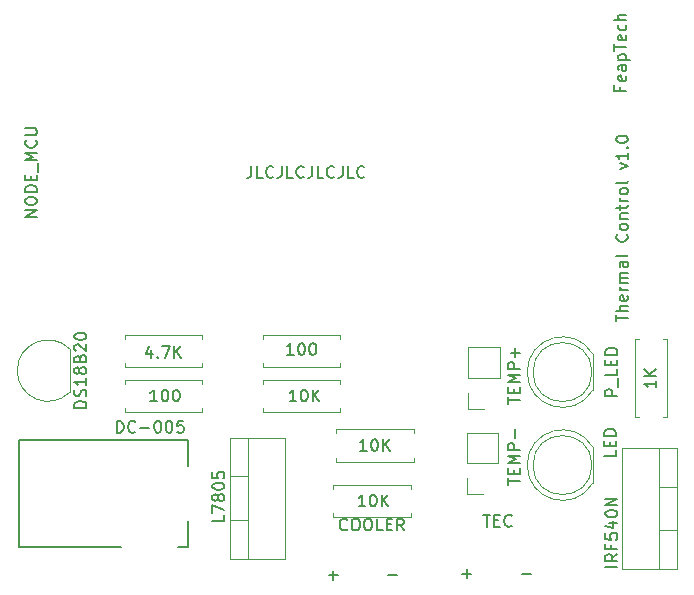
<source format=gbr>
%TF.GenerationSoftware,KiCad,Pcbnew,(6.0.2)*%
%TF.CreationDate,2022-03-19T19:34:23-03:00*%
%TF.ProjectId,ThermalControl,54686572-6d61-46c4-936f-6e74726f6c2e,rev?*%
%TF.SameCoordinates,Original*%
%TF.FileFunction,Legend,Top*%
%TF.FilePolarity,Positive*%
%FSLAX46Y46*%
G04 Gerber Fmt 4.6, Leading zero omitted, Abs format (unit mm)*
G04 Created by KiCad (PCBNEW (6.0.2)) date 2022-03-19 19:34:23*
%MOMM*%
%LPD*%
G01*
G04 APERTURE LIST*
%ADD10C,0.150000*%
%ADD11C,0.120000*%
%ADD12C,0.127000*%
G04 APERTURE END LIST*
D10*
X83582238Y-91257428D02*
X84344142Y-91257428D01*
X83963190Y-91638380D02*
X83963190Y-90876476D01*
X88629857Y-91257428D02*
X89391761Y-91257428D01*
X108259571Y-49870952D02*
X108259571Y-50204285D01*
X108783380Y-50204285D02*
X107783380Y-50204285D01*
X107783380Y-49728095D01*
X108735761Y-48966190D02*
X108783380Y-49061428D01*
X108783380Y-49251904D01*
X108735761Y-49347142D01*
X108640523Y-49394761D01*
X108259571Y-49394761D01*
X108164333Y-49347142D01*
X108116714Y-49251904D01*
X108116714Y-49061428D01*
X108164333Y-48966190D01*
X108259571Y-48918571D01*
X108354809Y-48918571D01*
X108450047Y-49394761D01*
X108783380Y-48061428D02*
X108259571Y-48061428D01*
X108164333Y-48109047D01*
X108116714Y-48204285D01*
X108116714Y-48394761D01*
X108164333Y-48490000D01*
X108735761Y-48061428D02*
X108783380Y-48156666D01*
X108783380Y-48394761D01*
X108735761Y-48490000D01*
X108640523Y-48537619D01*
X108545285Y-48537619D01*
X108450047Y-48490000D01*
X108402428Y-48394761D01*
X108402428Y-48156666D01*
X108354809Y-48061428D01*
X108116714Y-47585238D02*
X109116714Y-47585238D01*
X108164333Y-47585238D02*
X108116714Y-47490000D01*
X108116714Y-47299523D01*
X108164333Y-47204285D01*
X108211952Y-47156666D01*
X108307190Y-47109047D01*
X108592904Y-47109047D01*
X108688142Y-47156666D01*
X108735761Y-47204285D01*
X108783380Y-47299523D01*
X108783380Y-47490000D01*
X108735761Y-47585238D01*
X107783380Y-46823333D02*
X107783380Y-46251904D01*
X108783380Y-46537619D02*
X107783380Y-46537619D01*
X108735761Y-45537619D02*
X108783380Y-45632857D01*
X108783380Y-45823333D01*
X108735761Y-45918571D01*
X108640523Y-45966190D01*
X108259571Y-45966190D01*
X108164333Y-45918571D01*
X108116714Y-45823333D01*
X108116714Y-45632857D01*
X108164333Y-45537619D01*
X108259571Y-45490000D01*
X108354809Y-45490000D01*
X108450047Y-45966190D01*
X108735761Y-44632857D02*
X108783380Y-44728095D01*
X108783380Y-44918571D01*
X108735761Y-45013809D01*
X108688142Y-45061428D01*
X108592904Y-45109047D01*
X108307190Y-45109047D01*
X108211952Y-45061428D01*
X108164333Y-45013809D01*
X108116714Y-44918571D01*
X108116714Y-44728095D01*
X108164333Y-44632857D01*
X108783380Y-44204285D02*
X107783380Y-44204285D01*
X108783380Y-43775714D02*
X108259571Y-43775714D01*
X108164333Y-43823333D01*
X108116714Y-43918571D01*
X108116714Y-44061428D01*
X108164333Y-44156666D01*
X108211952Y-44204285D01*
X107910380Y-69753761D02*
X107910380Y-69182333D01*
X108910380Y-69468047D02*
X107910380Y-69468047D01*
X108910380Y-68849000D02*
X107910380Y-68849000D01*
X108910380Y-68420428D02*
X108386571Y-68420428D01*
X108291333Y-68468047D01*
X108243714Y-68563285D01*
X108243714Y-68706142D01*
X108291333Y-68801380D01*
X108338952Y-68849000D01*
X108862761Y-67563285D02*
X108910380Y-67658523D01*
X108910380Y-67849000D01*
X108862761Y-67944238D01*
X108767523Y-67991857D01*
X108386571Y-67991857D01*
X108291333Y-67944238D01*
X108243714Y-67849000D01*
X108243714Y-67658523D01*
X108291333Y-67563285D01*
X108386571Y-67515666D01*
X108481809Y-67515666D01*
X108577047Y-67991857D01*
X108910380Y-67087095D02*
X108243714Y-67087095D01*
X108434190Y-67087095D02*
X108338952Y-67039476D01*
X108291333Y-66991857D01*
X108243714Y-66896619D01*
X108243714Y-66801380D01*
X108910380Y-66468047D02*
X108243714Y-66468047D01*
X108338952Y-66468047D02*
X108291333Y-66420428D01*
X108243714Y-66325190D01*
X108243714Y-66182333D01*
X108291333Y-66087095D01*
X108386571Y-66039476D01*
X108910380Y-66039476D01*
X108386571Y-66039476D02*
X108291333Y-65991857D01*
X108243714Y-65896619D01*
X108243714Y-65753761D01*
X108291333Y-65658523D01*
X108386571Y-65610904D01*
X108910380Y-65610904D01*
X108910380Y-64706142D02*
X108386571Y-64706142D01*
X108291333Y-64753761D01*
X108243714Y-64849000D01*
X108243714Y-65039476D01*
X108291333Y-65134714D01*
X108862761Y-64706142D02*
X108910380Y-64801380D01*
X108910380Y-65039476D01*
X108862761Y-65134714D01*
X108767523Y-65182333D01*
X108672285Y-65182333D01*
X108577047Y-65134714D01*
X108529428Y-65039476D01*
X108529428Y-64801380D01*
X108481809Y-64706142D01*
X108910380Y-64087095D02*
X108862761Y-64182333D01*
X108767523Y-64229952D01*
X107910380Y-64229952D01*
X108815142Y-62372809D02*
X108862761Y-62420428D01*
X108910380Y-62563285D01*
X108910380Y-62658523D01*
X108862761Y-62801380D01*
X108767523Y-62896619D01*
X108672285Y-62944238D01*
X108481809Y-62991857D01*
X108338952Y-62991857D01*
X108148476Y-62944238D01*
X108053238Y-62896619D01*
X107958000Y-62801380D01*
X107910380Y-62658523D01*
X107910380Y-62563285D01*
X107958000Y-62420428D01*
X108005619Y-62372809D01*
X108910380Y-61801380D02*
X108862761Y-61896619D01*
X108815142Y-61944238D01*
X108719904Y-61991857D01*
X108434190Y-61991857D01*
X108338952Y-61944238D01*
X108291333Y-61896619D01*
X108243714Y-61801380D01*
X108243714Y-61658523D01*
X108291333Y-61563285D01*
X108338952Y-61515666D01*
X108434190Y-61468047D01*
X108719904Y-61468047D01*
X108815142Y-61515666D01*
X108862761Y-61563285D01*
X108910380Y-61658523D01*
X108910380Y-61801380D01*
X108243714Y-61039476D02*
X108910380Y-61039476D01*
X108338952Y-61039476D02*
X108291333Y-60991857D01*
X108243714Y-60896619D01*
X108243714Y-60753761D01*
X108291333Y-60658523D01*
X108386571Y-60610904D01*
X108910380Y-60610904D01*
X108243714Y-60277571D02*
X108243714Y-59896619D01*
X107910380Y-60134714D02*
X108767523Y-60134714D01*
X108862761Y-60087095D01*
X108910380Y-59991857D01*
X108910380Y-59896619D01*
X108910380Y-59563285D02*
X108243714Y-59563285D01*
X108434190Y-59563285D02*
X108338952Y-59515666D01*
X108291333Y-59468047D01*
X108243714Y-59372809D01*
X108243714Y-59277571D01*
X108910380Y-58801380D02*
X108862761Y-58896619D01*
X108815142Y-58944238D01*
X108719904Y-58991857D01*
X108434190Y-58991857D01*
X108338952Y-58944238D01*
X108291333Y-58896619D01*
X108243714Y-58801380D01*
X108243714Y-58658523D01*
X108291333Y-58563285D01*
X108338952Y-58515666D01*
X108434190Y-58468047D01*
X108719904Y-58468047D01*
X108815142Y-58515666D01*
X108862761Y-58563285D01*
X108910380Y-58658523D01*
X108910380Y-58801380D01*
X108910380Y-57896619D02*
X108862761Y-57991857D01*
X108767523Y-58039476D01*
X107910380Y-58039476D01*
X108243714Y-56849000D02*
X108910380Y-56610904D01*
X108243714Y-56372809D01*
X108910380Y-55468047D02*
X108910380Y-56039476D01*
X108910380Y-55753761D02*
X107910380Y-55753761D01*
X108053238Y-55849000D01*
X108148476Y-55944238D01*
X108196095Y-56039476D01*
X108815142Y-55039476D02*
X108862761Y-54991857D01*
X108910380Y-55039476D01*
X108862761Y-55087095D01*
X108815142Y-55039476D01*
X108910380Y-55039476D01*
X107910380Y-54372809D02*
X107910380Y-54277571D01*
X107958000Y-54182333D01*
X108005619Y-54134714D01*
X108100857Y-54087095D01*
X108291333Y-54039476D01*
X108529428Y-54039476D01*
X108719904Y-54087095D01*
X108815142Y-54134714D01*
X108862761Y-54182333D01*
X108910380Y-54277571D01*
X108910380Y-54372809D01*
X108862761Y-54468047D01*
X108815142Y-54515666D01*
X108719904Y-54563285D01*
X108529428Y-54610904D01*
X108291333Y-54610904D01*
X108100857Y-54563285D01*
X108005619Y-54515666D01*
X107958000Y-54468047D01*
X107910380Y-54372809D01*
X108021380Y-76041000D02*
X107021380Y-76041000D01*
X107021380Y-75660047D01*
X107069000Y-75564809D01*
X107116619Y-75517190D01*
X107211857Y-75469571D01*
X107354714Y-75469571D01*
X107449952Y-75517190D01*
X107497571Y-75564809D01*
X107545190Y-75660047D01*
X107545190Y-76041000D01*
X108116619Y-75279095D02*
X108116619Y-74517190D01*
X108021380Y-73802904D02*
X108021380Y-74279095D01*
X107021380Y-74279095D01*
X107497571Y-73469571D02*
X107497571Y-73136238D01*
X108021380Y-72993380D02*
X108021380Y-73469571D01*
X107021380Y-73469571D01*
X107021380Y-72993380D01*
X108021380Y-72564809D02*
X107021380Y-72564809D01*
X107021380Y-72326714D01*
X107069000Y-72183857D01*
X107164238Y-72088619D01*
X107259476Y-72041000D01*
X107449952Y-71993380D01*
X107592809Y-71993380D01*
X107783285Y-72041000D01*
X107878523Y-72088619D01*
X107973761Y-72183857D01*
X108021380Y-72326714D01*
X108021380Y-72564809D01*
X77041952Y-56602380D02*
X77041952Y-57316666D01*
X76994333Y-57459523D01*
X76899095Y-57554761D01*
X76756238Y-57602380D01*
X76661000Y-57602380D01*
X77994333Y-57602380D02*
X77518142Y-57602380D01*
X77518142Y-56602380D01*
X78899095Y-57507142D02*
X78851476Y-57554761D01*
X78708619Y-57602380D01*
X78613380Y-57602380D01*
X78470523Y-57554761D01*
X78375285Y-57459523D01*
X78327666Y-57364285D01*
X78280047Y-57173809D01*
X78280047Y-57030952D01*
X78327666Y-56840476D01*
X78375285Y-56745238D01*
X78470523Y-56650000D01*
X78613380Y-56602380D01*
X78708619Y-56602380D01*
X78851476Y-56650000D01*
X78899095Y-56697619D01*
X79613380Y-56602380D02*
X79613380Y-57316666D01*
X79565761Y-57459523D01*
X79470523Y-57554761D01*
X79327666Y-57602380D01*
X79232428Y-57602380D01*
X80565761Y-57602380D02*
X80089571Y-57602380D01*
X80089571Y-56602380D01*
X81470523Y-57507142D02*
X81422904Y-57554761D01*
X81280047Y-57602380D01*
X81184809Y-57602380D01*
X81041952Y-57554761D01*
X80946714Y-57459523D01*
X80899095Y-57364285D01*
X80851476Y-57173809D01*
X80851476Y-57030952D01*
X80899095Y-56840476D01*
X80946714Y-56745238D01*
X81041952Y-56650000D01*
X81184809Y-56602380D01*
X81280047Y-56602380D01*
X81422904Y-56650000D01*
X81470523Y-56697619D01*
X82184809Y-56602380D02*
X82184809Y-57316666D01*
X82137190Y-57459523D01*
X82041952Y-57554761D01*
X81899095Y-57602380D01*
X81803857Y-57602380D01*
X83137190Y-57602380D02*
X82661000Y-57602380D01*
X82661000Y-56602380D01*
X84041952Y-57507142D02*
X83994333Y-57554761D01*
X83851476Y-57602380D01*
X83756238Y-57602380D01*
X83613380Y-57554761D01*
X83518142Y-57459523D01*
X83470523Y-57364285D01*
X83422904Y-57173809D01*
X83422904Y-57030952D01*
X83470523Y-56840476D01*
X83518142Y-56745238D01*
X83613380Y-56650000D01*
X83756238Y-56602380D01*
X83851476Y-56602380D01*
X83994333Y-56650000D01*
X84041952Y-56697619D01*
X84756238Y-56602380D02*
X84756238Y-57316666D01*
X84708619Y-57459523D01*
X84613380Y-57554761D01*
X84470523Y-57602380D01*
X84375285Y-57602380D01*
X85708619Y-57602380D02*
X85232428Y-57602380D01*
X85232428Y-56602380D01*
X86613380Y-57507142D02*
X86565761Y-57554761D01*
X86422904Y-57602380D01*
X86327666Y-57602380D01*
X86184809Y-57554761D01*
X86089571Y-57459523D01*
X86041952Y-57364285D01*
X85994333Y-57173809D01*
X85994333Y-57030952D01*
X86041952Y-56840476D01*
X86089571Y-56745238D01*
X86184809Y-56650000D01*
X86327666Y-56602380D01*
X86422904Y-56602380D01*
X86565761Y-56650000D01*
X86613380Y-56697619D01*
X94885238Y-91130428D02*
X95647142Y-91130428D01*
X95266190Y-91511380D02*
X95266190Y-90749476D01*
X99932857Y-91130428D02*
X100694761Y-91130428D01*
%TO.C,J6*%
X85153761Y-87352142D02*
X85106142Y-87399761D01*
X84963285Y-87447380D01*
X84868047Y-87447380D01*
X84725190Y-87399761D01*
X84629952Y-87304523D01*
X84582333Y-87209285D01*
X84534714Y-87018809D01*
X84534714Y-86875952D01*
X84582333Y-86685476D01*
X84629952Y-86590238D01*
X84725190Y-86495000D01*
X84868047Y-86447380D01*
X84963285Y-86447380D01*
X85106142Y-86495000D01*
X85153761Y-86542619D01*
X85772809Y-86447380D02*
X85963285Y-86447380D01*
X86058523Y-86495000D01*
X86153761Y-86590238D01*
X86201380Y-86780714D01*
X86201380Y-87114047D01*
X86153761Y-87304523D01*
X86058523Y-87399761D01*
X85963285Y-87447380D01*
X85772809Y-87447380D01*
X85677571Y-87399761D01*
X85582333Y-87304523D01*
X85534714Y-87114047D01*
X85534714Y-86780714D01*
X85582333Y-86590238D01*
X85677571Y-86495000D01*
X85772809Y-86447380D01*
X86820428Y-86447380D02*
X87010904Y-86447380D01*
X87106142Y-86495000D01*
X87201380Y-86590238D01*
X87249000Y-86780714D01*
X87249000Y-87114047D01*
X87201380Y-87304523D01*
X87106142Y-87399761D01*
X87010904Y-87447380D01*
X86820428Y-87447380D01*
X86725190Y-87399761D01*
X86629952Y-87304523D01*
X86582333Y-87114047D01*
X86582333Y-86780714D01*
X86629952Y-86590238D01*
X86725190Y-86495000D01*
X86820428Y-86447380D01*
X88153761Y-87447380D02*
X87677571Y-87447380D01*
X87677571Y-86447380D01*
X88487095Y-86923571D02*
X88820428Y-86923571D01*
X88963285Y-87447380D02*
X88487095Y-87447380D01*
X88487095Y-86447380D01*
X88963285Y-86447380D01*
X89963285Y-87447380D02*
X89629952Y-86971190D01*
X89391857Y-87447380D02*
X89391857Y-86447380D01*
X89772809Y-86447380D01*
X89868047Y-86495000D01*
X89915666Y-86542619D01*
X89963285Y-86637857D01*
X89963285Y-86780714D01*
X89915666Y-86875952D01*
X89868047Y-86923571D01*
X89772809Y-86971190D01*
X89391857Y-86971190D01*
%TO.C,J4*%
X96691904Y-86129380D02*
X97263333Y-86129380D01*
X96977619Y-87129380D02*
X96977619Y-86129380D01*
X97596666Y-86605571D02*
X97930000Y-86605571D01*
X98072857Y-87129380D02*
X97596666Y-87129380D01*
X97596666Y-86129380D01*
X98072857Y-86129380D01*
X99072857Y-87034142D02*
X99025238Y-87081761D01*
X98882380Y-87129380D01*
X98787142Y-87129380D01*
X98644285Y-87081761D01*
X98549047Y-86986523D01*
X98501428Y-86891285D01*
X98453809Y-86700809D01*
X98453809Y-86557952D01*
X98501428Y-86367476D01*
X98549047Y-86272238D01*
X98644285Y-86177000D01*
X98787142Y-86129380D01*
X98882380Y-86129380D01*
X99025238Y-86177000D01*
X99072857Y-86224619D01*
%TO.C,C_LED1*%
X107894380Y-80652857D02*
X107894380Y-81129047D01*
X106894380Y-81129047D01*
X107370571Y-80319523D02*
X107370571Y-79986190D01*
X107894380Y-79843333D02*
X107894380Y-80319523D01*
X106894380Y-80319523D01*
X106894380Y-79843333D01*
X107894380Y-79414761D02*
X106894380Y-79414761D01*
X106894380Y-79176666D01*
X106942000Y-79033809D01*
X107037238Y-78938571D01*
X107132476Y-78890952D01*
X107322952Y-78843333D01*
X107465809Y-78843333D01*
X107656285Y-78890952D01*
X107751523Y-78938571D01*
X107846761Y-79033809D01*
X107894380Y-79176666D01*
X107894380Y-79414761D01*
%TO.C,U1*%
X58872380Y-60888095D02*
X57872380Y-60888095D01*
X58872380Y-60316666D01*
X57872380Y-60316666D01*
X57872380Y-59650000D02*
X57872380Y-59459523D01*
X57920000Y-59364285D01*
X58015238Y-59269047D01*
X58205714Y-59221428D01*
X58539047Y-59221428D01*
X58729523Y-59269047D01*
X58824761Y-59364285D01*
X58872380Y-59459523D01*
X58872380Y-59650000D01*
X58824761Y-59745238D01*
X58729523Y-59840476D01*
X58539047Y-59888095D01*
X58205714Y-59888095D01*
X58015238Y-59840476D01*
X57920000Y-59745238D01*
X57872380Y-59650000D01*
X58872380Y-58792857D02*
X57872380Y-58792857D01*
X57872380Y-58554761D01*
X57920000Y-58411904D01*
X58015238Y-58316666D01*
X58110476Y-58269047D01*
X58300952Y-58221428D01*
X58443809Y-58221428D01*
X58634285Y-58269047D01*
X58729523Y-58316666D01*
X58824761Y-58411904D01*
X58872380Y-58554761D01*
X58872380Y-58792857D01*
X58348571Y-57792857D02*
X58348571Y-57459523D01*
X58872380Y-57316666D02*
X58872380Y-57792857D01*
X57872380Y-57792857D01*
X57872380Y-57316666D01*
X58967619Y-57126190D02*
X58967619Y-56364285D01*
X58872380Y-56126190D02*
X57872380Y-56126190D01*
X58586666Y-55792857D01*
X57872380Y-55459523D01*
X58872380Y-55459523D01*
X58777142Y-54411904D02*
X58824761Y-54459523D01*
X58872380Y-54602380D01*
X58872380Y-54697619D01*
X58824761Y-54840476D01*
X58729523Y-54935714D01*
X58634285Y-54983333D01*
X58443809Y-55030952D01*
X58300952Y-55030952D01*
X58110476Y-54983333D01*
X58015238Y-54935714D01*
X57920000Y-54840476D01*
X57872380Y-54697619D01*
X57872380Y-54602380D01*
X57920000Y-54459523D01*
X57967619Y-54411904D01*
X57872380Y-53983333D02*
X58681904Y-53983333D01*
X58777142Y-53935714D01*
X58824761Y-53888095D01*
X58872380Y-53792857D01*
X58872380Y-53602380D01*
X58824761Y-53507142D01*
X58777142Y-53459523D01*
X58681904Y-53411904D01*
X57872380Y-53411904D01*
%TO.C,SENSOR1*%
X63059380Y-77056857D02*
X62059380Y-77056857D01*
X62059380Y-76818761D01*
X62107000Y-76675904D01*
X62202238Y-76580666D01*
X62297476Y-76533047D01*
X62487952Y-76485428D01*
X62630809Y-76485428D01*
X62821285Y-76533047D01*
X62916523Y-76580666D01*
X63011761Y-76675904D01*
X63059380Y-76818761D01*
X63059380Y-77056857D01*
X63011761Y-76104476D02*
X63059380Y-75961619D01*
X63059380Y-75723523D01*
X63011761Y-75628285D01*
X62964142Y-75580666D01*
X62868904Y-75533047D01*
X62773666Y-75533047D01*
X62678428Y-75580666D01*
X62630809Y-75628285D01*
X62583190Y-75723523D01*
X62535571Y-75914000D01*
X62487952Y-76009238D01*
X62440333Y-76056857D01*
X62345095Y-76104476D01*
X62249857Y-76104476D01*
X62154619Y-76056857D01*
X62107000Y-76009238D01*
X62059380Y-75914000D01*
X62059380Y-75675904D01*
X62107000Y-75533047D01*
X63059380Y-74580666D02*
X63059380Y-75152095D01*
X63059380Y-74866380D02*
X62059380Y-74866380D01*
X62202238Y-74961619D01*
X62297476Y-75056857D01*
X62345095Y-75152095D01*
X62487952Y-74009238D02*
X62440333Y-74104476D01*
X62392714Y-74152095D01*
X62297476Y-74199714D01*
X62249857Y-74199714D01*
X62154619Y-74152095D01*
X62107000Y-74104476D01*
X62059380Y-74009238D01*
X62059380Y-73818761D01*
X62107000Y-73723523D01*
X62154619Y-73675904D01*
X62249857Y-73628285D01*
X62297476Y-73628285D01*
X62392714Y-73675904D01*
X62440333Y-73723523D01*
X62487952Y-73818761D01*
X62487952Y-74009238D01*
X62535571Y-74104476D01*
X62583190Y-74152095D01*
X62678428Y-74199714D01*
X62868904Y-74199714D01*
X62964142Y-74152095D01*
X63011761Y-74104476D01*
X63059380Y-74009238D01*
X63059380Y-73818761D01*
X63011761Y-73723523D01*
X62964142Y-73675904D01*
X62868904Y-73628285D01*
X62678428Y-73628285D01*
X62583190Y-73675904D01*
X62535571Y-73723523D01*
X62487952Y-73818761D01*
X62535571Y-72866380D02*
X62583190Y-72723523D01*
X62630809Y-72675904D01*
X62726047Y-72628285D01*
X62868904Y-72628285D01*
X62964142Y-72675904D01*
X63011761Y-72723523D01*
X63059380Y-72818761D01*
X63059380Y-73199714D01*
X62059380Y-73199714D01*
X62059380Y-72866380D01*
X62107000Y-72771142D01*
X62154619Y-72723523D01*
X62249857Y-72675904D01*
X62345095Y-72675904D01*
X62440333Y-72723523D01*
X62487952Y-72771142D01*
X62535571Y-72866380D01*
X62535571Y-73199714D01*
X62154619Y-72247333D02*
X62107000Y-72199714D01*
X62059380Y-72104476D01*
X62059380Y-71866380D01*
X62107000Y-71771142D01*
X62154619Y-71723523D01*
X62249857Y-71675904D01*
X62345095Y-71675904D01*
X62487952Y-71723523D01*
X63059380Y-72294952D01*
X63059380Y-71675904D01*
X62059380Y-71056857D02*
X62059380Y-70961619D01*
X62107000Y-70866380D01*
X62154619Y-70818761D01*
X62249857Y-70771142D01*
X62440333Y-70723523D01*
X62678428Y-70723523D01*
X62868904Y-70771142D01*
X62964142Y-70818761D01*
X63011761Y-70866380D01*
X63059380Y-70961619D01*
X63059380Y-71056857D01*
X63011761Y-71152095D01*
X62964142Y-71199714D01*
X62868904Y-71247333D01*
X62678428Y-71294952D01*
X62440333Y-71294952D01*
X62249857Y-71247333D01*
X62154619Y-71199714D01*
X62107000Y-71152095D01*
X62059380Y-71056857D01*
%TO.C,BTN2*%
X98766380Y-83581571D02*
X98766380Y-83010142D01*
X99766380Y-83295857D02*
X98766380Y-83295857D01*
X99242571Y-82676809D02*
X99242571Y-82343476D01*
X99766380Y-82200619D02*
X99766380Y-82676809D01*
X98766380Y-82676809D01*
X98766380Y-82200619D01*
X99766380Y-81772047D02*
X98766380Y-81772047D01*
X99480666Y-81438714D01*
X98766380Y-81105380D01*
X99766380Y-81105380D01*
X99766380Y-80629190D02*
X98766380Y-80629190D01*
X98766380Y-80248238D01*
X98814000Y-80153000D01*
X98861619Y-80105380D01*
X98956857Y-80057761D01*
X99099714Y-80057761D01*
X99194952Y-80105380D01*
X99242571Y-80153000D01*
X99290190Y-80248238D01*
X99290190Y-80629190D01*
X99385428Y-79629190D02*
X99385428Y-78867285D01*
%TO.C,R5*%
X69056333Y-76525380D02*
X68484904Y-76525380D01*
X68770619Y-76525380D02*
X68770619Y-75525380D01*
X68675380Y-75668238D01*
X68580142Y-75763476D01*
X68484904Y-75811095D01*
X69675380Y-75525380D02*
X69770619Y-75525380D01*
X69865857Y-75573000D01*
X69913476Y-75620619D01*
X69961095Y-75715857D01*
X70008714Y-75906333D01*
X70008714Y-76144428D01*
X69961095Y-76334904D01*
X69913476Y-76430142D01*
X69865857Y-76477761D01*
X69770619Y-76525380D01*
X69675380Y-76525380D01*
X69580142Y-76477761D01*
X69532523Y-76430142D01*
X69484904Y-76334904D01*
X69437285Y-76144428D01*
X69437285Y-75906333D01*
X69484904Y-75715857D01*
X69532523Y-75620619D01*
X69580142Y-75573000D01*
X69675380Y-75525380D01*
X70627761Y-75525380D02*
X70723000Y-75525380D01*
X70818238Y-75573000D01*
X70865857Y-75620619D01*
X70913476Y-75715857D01*
X70961095Y-75906333D01*
X70961095Y-76144428D01*
X70913476Y-76334904D01*
X70865857Y-76430142D01*
X70818238Y-76477761D01*
X70723000Y-76525380D01*
X70627761Y-76525380D01*
X70532523Y-76477761D01*
X70484904Y-76430142D01*
X70437285Y-76334904D01*
X70389666Y-76144428D01*
X70389666Y-75906333D01*
X70437285Y-75715857D01*
X70484904Y-75620619D01*
X70532523Y-75573000D01*
X70627761Y-75525380D01*
%TO.C,R6*%
X111323380Y-74763285D02*
X111323380Y-75334714D01*
X111323380Y-75049000D02*
X110323380Y-75049000D01*
X110466238Y-75144238D01*
X110561476Y-75239476D01*
X110609095Y-75334714D01*
X111323380Y-74334714D02*
X110323380Y-74334714D01*
X111323380Y-73763285D02*
X110751952Y-74191857D01*
X110323380Y-73763285D02*
X110894809Y-74334714D01*
%TO.C,R7*%
X86685523Y-85415380D02*
X86114095Y-85415380D01*
X86399809Y-85415380D02*
X86399809Y-84415380D01*
X86304571Y-84558238D01*
X86209333Y-84653476D01*
X86114095Y-84701095D01*
X87304571Y-84415380D02*
X87399809Y-84415380D01*
X87495047Y-84463000D01*
X87542666Y-84510619D01*
X87590285Y-84605857D01*
X87637904Y-84796333D01*
X87637904Y-85034428D01*
X87590285Y-85224904D01*
X87542666Y-85320142D01*
X87495047Y-85367761D01*
X87399809Y-85415380D01*
X87304571Y-85415380D01*
X87209333Y-85367761D01*
X87161714Y-85320142D01*
X87114095Y-85224904D01*
X87066476Y-85034428D01*
X87066476Y-84796333D01*
X87114095Y-84605857D01*
X87161714Y-84510619D01*
X87209333Y-84463000D01*
X87304571Y-84415380D01*
X88066476Y-85415380D02*
X88066476Y-84415380D01*
X88637904Y-85415380D02*
X88209333Y-84843952D01*
X88637904Y-84415380D02*
X88066476Y-84986809D01*
%TO.C,Vreg1*%
X74747380Y-86177238D02*
X74747380Y-86653428D01*
X73747380Y-86653428D01*
X73747380Y-85939142D02*
X73747380Y-85272476D01*
X74747380Y-85701047D01*
X74175952Y-84748666D02*
X74128333Y-84843904D01*
X74080714Y-84891523D01*
X73985476Y-84939142D01*
X73937857Y-84939142D01*
X73842619Y-84891523D01*
X73795000Y-84843904D01*
X73747380Y-84748666D01*
X73747380Y-84558190D01*
X73795000Y-84462952D01*
X73842619Y-84415333D01*
X73937857Y-84367714D01*
X73985476Y-84367714D01*
X74080714Y-84415333D01*
X74128333Y-84462952D01*
X74175952Y-84558190D01*
X74175952Y-84748666D01*
X74223571Y-84843904D01*
X74271190Y-84891523D01*
X74366428Y-84939142D01*
X74556904Y-84939142D01*
X74652142Y-84891523D01*
X74699761Y-84843904D01*
X74747380Y-84748666D01*
X74747380Y-84558190D01*
X74699761Y-84462952D01*
X74652142Y-84415333D01*
X74556904Y-84367714D01*
X74366428Y-84367714D01*
X74271190Y-84415333D01*
X74223571Y-84462952D01*
X74175952Y-84558190D01*
X73747380Y-83748666D02*
X73747380Y-83653428D01*
X73795000Y-83558190D01*
X73842619Y-83510571D01*
X73937857Y-83462952D01*
X74128333Y-83415333D01*
X74366428Y-83415333D01*
X74556904Y-83462952D01*
X74652142Y-83510571D01*
X74699761Y-83558190D01*
X74747380Y-83653428D01*
X74747380Y-83748666D01*
X74699761Y-83843904D01*
X74652142Y-83891523D01*
X74556904Y-83939142D01*
X74366428Y-83986761D01*
X74128333Y-83986761D01*
X73937857Y-83939142D01*
X73842619Y-83891523D01*
X73795000Y-83843904D01*
X73747380Y-83748666D01*
X73747380Y-82510571D02*
X73747380Y-82986761D01*
X74223571Y-83034380D01*
X74175952Y-82986761D01*
X74128333Y-82891523D01*
X74128333Y-82653428D01*
X74175952Y-82558190D01*
X74223571Y-82510571D01*
X74318809Y-82462952D01*
X74556904Y-82462952D01*
X74652142Y-82510571D01*
X74699761Y-82558190D01*
X74747380Y-82653428D01*
X74747380Y-82891523D01*
X74699761Y-82986761D01*
X74652142Y-83034380D01*
%TO.C,R4*%
X80613333Y-72588380D02*
X80041904Y-72588380D01*
X80327619Y-72588380D02*
X80327619Y-71588380D01*
X80232380Y-71731238D01*
X80137142Y-71826476D01*
X80041904Y-71874095D01*
X81232380Y-71588380D02*
X81327619Y-71588380D01*
X81422857Y-71636000D01*
X81470476Y-71683619D01*
X81518095Y-71778857D01*
X81565714Y-71969333D01*
X81565714Y-72207428D01*
X81518095Y-72397904D01*
X81470476Y-72493142D01*
X81422857Y-72540761D01*
X81327619Y-72588380D01*
X81232380Y-72588380D01*
X81137142Y-72540761D01*
X81089523Y-72493142D01*
X81041904Y-72397904D01*
X80994285Y-72207428D01*
X80994285Y-71969333D01*
X81041904Y-71778857D01*
X81089523Y-71683619D01*
X81137142Y-71636000D01*
X81232380Y-71588380D01*
X82184761Y-71588380D02*
X82280000Y-71588380D01*
X82375238Y-71636000D01*
X82422857Y-71683619D01*
X82470476Y-71778857D01*
X82518095Y-71969333D01*
X82518095Y-72207428D01*
X82470476Y-72397904D01*
X82422857Y-72493142D01*
X82375238Y-72540761D01*
X82280000Y-72588380D01*
X82184761Y-72588380D01*
X82089523Y-72540761D01*
X82041904Y-72493142D01*
X81994285Y-72397904D01*
X81946666Y-72207428D01*
X81946666Y-71969333D01*
X81994285Y-71778857D01*
X82041904Y-71683619D01*
X82089523Y-71636000D01*
X82184761Y-71588380D01*
%TO.C,R2*%
X80843523Y-76525380D02*
X80272095Y-76525380D01*
X80557809Y-76525380D02*
X80557809Y-75525380D01*
X80462571Y-75668238D01*
X80367333Y-75763476D01*
X80272095Y-75811095D01*
X81462571Y-75525380D02*
X81557809Y-75525380D01*
X81653047Y-75573000D01*
X81700666Y-75620619D01*
X81748285Y-75715857D01*
X81795904Y-75906333D01*
X81795904Y-76144428D01*
X81748285Y-76334904D01*
X81700666Y-76430142D01*
X81653047Y-76477761D01*
X81557809Y-76525380D01*
X81462571Y-76525380D01*
X81367333Y-76477761D01*
X81319714Y-76430142D01*
X81272095Y-76334904D01*
X81224476Y-76144428D01*
X81224476Y-75906333D01*
X81272095Y-75715857D01*
X81319714Y-75620619D01*
X81367333Y-75573000D01*
X81462571Y-75525380D01*
X82224476Y-76525380D02*
X82224476Y-75525380D01*
X82795904Y-76525380D02*
X82367333Y-75953952D01*
X82795904Y-75525380D02*
X82224476Y-76096809D01*
%TO.C,BTN1*%
X98766380Y-76723571D02*
X98766380Y-76152142D01*
X99766380Y-76437857D02*
X98766380Y-76437857D01*
X99242571Y-75818809D02*
X99242571Y-75485476D01*
X99766380Y-75342619D02*
X99766380Y-75818809D01*
X98766380Y-75818809D01*
X98766380Y-75342619D01*
X99766380Y-74914047D02*
X98766380Y-74914047D01*
X99480666Y-74580714D01*
X98766380Y-74247380D01*
X99766380Y-74247380D01*
X99766380Y-73771190D02*
X98766380Y-73771190D01*
X98766380Y-73390238D01*
X98814000Y-73295000D01*
X98861619Y-73247380D01*
X98956857Y-73199761D01*
X99099714Y-73199761D01*
X99194952Y-73247380D01*
X99242571Y-73295000D01*
X99290190Y-73390238D01*
X99290190Y-73771190D01*
X99385428Y-72771190D02*
X99385428Y-72009285D01*
X99766380Y-72390238D02*
X99004476Y-72390238D01*
%TO.C,Q1*%
X108021380Y-90510952D02*
X107021380Y-90510952D01*
X108021380Y-89463333D02*
X107545190Y-89796666D01*
X108021380Y-90034761D02*
X107021380Y-90034761D01*
X107021380Y-89653809D01*
X107069000Y-89558571D01*
X107116619Y-89510952D01*
X107211857Y-89463333D01*
X107354714Y-89463333D01*
X107449952Y-89510952D01*
X107497571Y-89558571D01*
X107545190Y-89653809D01*
X107545190Y-90034761D01*
X107497571Y-88701428D02*
X107497571Y-89034761D01*
X108021380Y-89034761D02*
X107021380Y-89034761D01*
X107021380Y-88558571D01*
X107021380Y-87701428D02*
X107021380Y-88177619D01*
X107497571Y-88225238D01*
X107449952Y-88177619D01*
X107402333Y-88082380D01*
X107402333Y-87844285D01*
X107449952Y-87749047D01*
X107497571Y-87701428D01*
X107592809Y-87653809D01*
X107830904Y-87653809D01*
X107926142Y-87701428D01*
X107973761Y-87749047D01*
X108021380Y-87844285D01*
X108021380Y-88082380D01*
X107973761Y-88177619D01*
X107926142Y-88225238D01*
X107354714Y-86796666D02*
X108021380Y-86796666D01*
X106973761Y-87034761D02*
X107688047Y-87272857D01*
X107688047Y-86653809D01*
X107021380Y-86082380D02*
X107021380Y-85987142D01*
X107069000Y-85891904D01*
X107116619Y-85844285D01*
X107211857Y-85796666D01*
X107402333Y-85749047D01*
X107640428Y-85749047D01*
X107830904Y-85796666D01*
X107926142Y-85844285D01*
X107973761Y-85891904D01*
X108021380Y-85987142D01*
X108021380Y-86082380D01*
X107973761Y-86177619D01*
X107926142Y-86225238D01*
X107830904Y-86272857D01*
X107640428Y-86320476D01*
X107402333Y-86320476D01*
X107211857Y-86272857D01*
X107116619Y-86225238D01*
X107069000Y-86177619D01*
X107021380Y-86082380D01*
X108021380Y-85320476D02*
X107021380Y-85320476D01*
X108021380Y-84749047D01*
X107021380Y-84749047D01*
%TO.C,R3*%
X68572190Y-72175714D02*
X68572190Y-72842380D01*
X68334095Y-71794761D02*
X68096000Y-72509047D01*
X68715047Y-72509047D01*
X69096000Y-72747142D02*
X69143619Y-72794761D01*
X69096000Y-72842380D01*
X69048380Y-72794761D01*
X69096000Y-72747142D01*
X69096000Y-72842380D01*
X69476952Y-71842380D02*
X70143619Y-71842380D01*
X69715047Y-72842380D01*
X70524571Y-72842380D02*
X70524571Y-71842380D01*
X71096000Y-72842380D02*
X70667428Y-72270952D01*
X71096000Y-71842380D02*
X70524571Y-72413809D01*
%TO.C,J3*%
X65643476Y-79170380D02*
X65643476Y-78170380D01*
X65881571Y-78170380D01*
X66024428Y-78218000D01*
X66119666Y-78313238D01*
X66167285Y-78408476D01*
X66214904Y-78598952D01*
X66214904Y-78741809D01*
X66167285Y-78932285D01*
X66119666Y-79027523D01*
X66024428Y-79122761D01*
X65881571Y-79170380D01*
X65643476Y-79170380D01*
X67214904Y-79075142D02*
X67167285Y-79122761D01*
X67024428Y-79170380D01*
X66929190Y-79170380D01*
X66786333Y-79122761D01*
X66691095Y-79027523D01*
X66643476Y-78932285D01*
X66595857Y-78741809D01*
X66595857Y-78598952D01*
X66643476Y-78408476D01*
X66691095Y-78313238D01*
X66786333Y-78218000D01*
X66929190Y-78170380D01*
X67024428Y-78170380D01*
X67167285Y-78218000D01*
X67214904Y-78265619D01*
X67643476Y-78789428D02*
X68405380Y-78789428D01*
X69072047Y-78170380D02*
X69167285Y-78170380D01*
X69262523Y-78218000D01*
X69310142Y-78265619D01*
X69357761Y-78360857D01*
X69405380Y-78551333D01*
X69405380Y-78789428D01*
X69357761Y-78979904D01*
X69310142Y-79075142D01*
X69262523Y-79122761D01*
X69167285Y-79170380D01*
X69072047Y-79170380D01*
X68976809Y-79122761D01*
X68929190Y-79075142D01*
X68881571Y-78979904D01*
X68833952Y-78789428D01*
X68833952Y-78551333D01*
X68881571Y-78360857D01*
X68929190Y-78265619D01*
X68976809Y-78218000D01*
X69072047Y-78170380D01*
X70024428Y-78170380D02*
X70119666Y-78170380D01*
X70214904Y-78218000D01*
X70262523Y-78265619D01*
X70310142Y-78360857D01*
X70357761Y-78551333D01*
X70357761Y-78789428D01*
X70310142Y-78979904D01*
X70262523Y-79075142D01*
X70214904Y-79122761D01*
X70119666Y-79170380D01*
X70024428Y-79170380D01*
X69929190Y-79122761D01*
X69881571Y-79075142D01*
X69833952Y-78979904D01*
X69786333Y-78789428D01*
X69786333Y-78551333D01*
X69833952Y-78360857D01*
X69881571Y-78265619D01*
X69929190Y-78218000D01*
X70024428Y-78170380D01*
X71262523Y-78170380D02*
X70786333Y-78170380D01*
X70738714Y-78646571D01*
X70786333Y-78598952D01*
X70881571Y-78551333D01*
X71119666Y-78551333D01*
X71214904Y-78598952D01*
X71262523Y-78646571D01*
X71310142Y-78741809D01*
X71310142Y-78979904D01*
X71262523Y-79075142D01*
X71214904Y-79122761D01*
X71119666Y-79170380D01*
X70881571Y-79170380D01*
X70786333Y-79122761D01*
X70738714Y-79075142D01*
%TO.C,R1*%
X86812523Y-80716380D02*
X86241095Y-80716380D01*
X86526809Y-80716380D02*
X86526809Y-79716380D01*
X86431571Y-79859238D01*
X86336333Y-79954476D01*
X86241095Y-80002095D01*
X87431571Y-79716380D02*
X87526809Y-79716380D01*
X87622047Y-79764000D01*
X87669666Y-79811619D01*
X87717285Y-79906857D01*
X87764904Y-80097333D01*
X87764904Y-80335428D01*
X87717285Y-80525904D01*
X87669666Y-80621142D01*
X87622047Y-80668761D01*
X87526809Y-80716380D01*
X87431571Y-80716380D01*
X87336333Y-80668761D01*
X87288714Y-80621142D01*
X87241095Y-80525904D01*
X87193476Y-80335428D01*
X87193476Y-80097333D01*
X87241095Y-79906857D01*
X87288714Y-79811619D01*
X87336333Y-79764000D01*
X87431571Y-79716380D01*
X88193476Y-80716380D02*
X88193476Y-79716380D01*
X88764904Y-80716380D02*
X88336333Y-80144952D01*
X88764904Y-79716380D02*
X88193476Y-80287809D01*
D11*
%TO.C,C_LED1*%
X105938000Y-83460000D02*
X105938000Y-80370000D01*
X105938000Y-80370170D02*
G75*
G03*
X100388000Y-81915462I-2560000J-1544830D01*
G01*
X100388000Y-81914538D02*
G75*
G03*
X105938000Y-83459830I2990000J-462D01*
G01*
X105878000Y-81915000D02*
G75*
G03*
X105878000Y-81915000I-2500000J0D01*
G01*
%TO.C,SENSOR1*%
X61667000Y-75714000D02*
X61667000Y-72114000D01*
X57216999Y-73914000D02*
G75*
G03*
X61655478Y-75752478I2600001J0D01*
G01*
X61655478Y-72075522D02*
G75*
G03*
X57217000Y-73914000I-1838478J-1838478D01*
G01*
%TO.C,BTN2*%
X95292000Y-84368000D02*
X95292000Y-83038000D01*
X97952000Y-79168000D02*
X95292000Y-79168000D01*
X96622000Y-84368000D02*
X95292000Y-84368000D01*
X97952000Y-81768000D02*
X97952000Y-79168000D01*
X95292000Y-81768000D02*
X95292000Y-79168000D01*
X97952000Y-81768000D02*
X95292000Y-81768000D01*
%TO.C,R5*%
X72866000Y-77113000D02*
X72866000Y-77443000D01*
X66326000Y-77443000D02*
X66326000Y-77113000D01*
X72866000Y-75033000D02*
X72866000Y-74703000D01*
X72866000Y-77443000D02*
X66326000Y-77443000D01*
X72866000Y-74703000D02*
X66326000Y-74703000D01*
X66326000Y-74703000D02*
X66326000Y-75033000D01*
%TO.C,R6*%
X112241000Y-71279000D02*
X111911000Y-71279000D01*
X109501000Y-77819000D02*
X109501000Y-71279000D01*
X112241000Y-77819000D02*
X112241000Y-71279000D01*
X109501000Y-71279000D02*
X109831000Y-71279000D01*
X109831000Y-77819000D02*
X109501000Y-77819000D01*
X111911000Y-77819000D02*
X112241000Y-77819000D01*
%TO.C,R7*%
X90519000Y-86003000D02*
X90519000Y-86333000D01*
X83979000Y-83593000D02*
X83979000Y-83923000D01*
X90519000Y-83593000D02*
X83979000Y-83593000D01*
X83979000Y-86333000D02*
X83979000Y-86003000D01*
X90519000Y-83923000D02*
X90519000Y-83593000D01*
X90519000Y-86333000D02*
X83979000Y-86333000D01*
%TO.C,Vreg1*%
X75216000Y-79589000D02*
X79857000Y-79589000D01*
X75216000Y-86559000D02*
X76726000Y-86559000D01*
X75216000Y-89829000D02*
X79857000Y-89829000D01*
X76726000Y-89829000D02*
X76726000Y-79589000D01*
X75216000Y-82858000D02*
X76726000Y-82858000D01*
X75216000Y-89829000D02*
X75216000Y-79589000D01*
X79857000Y-89829000D02*
X79857000Y-79589000D01*
%TO.C,R4*%
X78010000Y-73633000D02*
X78010000Y-73303000D01*
X84550000Y-71223000D02*
X84550000Y-70893000D01*
X84550000Y-73633000D02*
X78010000Y-73633000D01*
X84550000Y-73303000D02*
X84550000Y-73633000D01*
X78010000Y-70893000D02*
X78010000Y-71223000D01*
X84550000Y-70893000D02*
X78010000Y-70893000D01*
%TO.C,R2*%
X78010000Y-77443000D02*
X78010000Y-77113000D01*
X84550000Y-77443000D02*
X78010000Y-77443000D01*
X84550000Y-74703000D02*
X78010000Y-74703000D01*
X84550000Y-77113000D02*
X84550000Y-77443000D01*
X84550000Y-75033000D02*
X84550000Y-74703000D01*
X78010000Y-74703000D02*
X78010000Y-75033000D01*
%TO.C,BTN1*%
X95419000Y-77129000D02*
X95419000Y-75799000D01*
X98079000Y-74529000D02*
X98079000Y-71929000D01*
X98079000Y-71929000D02*
X95419000Y-71929000D01*
X98079000Y-74529000D02*
X95419000Y-74529000D01*
X95419000Y-74529000D02*
X95419000Y-71929000D01*
X96749000Y-77129000D02*
X95419000Y-77129000D01*
%TO.C,Q1*%
X111559000Y-80478000D02*
X111559000Y-90718000D01*
X113069000Y-80478000D02*
X113069000Y-90718000D01*
X113069000Y-90718000D02*
X108428000Y-90718000D01*
X113069000Y-83748000D02*
X111559000Y-83748000D01*
X108428000Y-80478000D02*
X108428000Y-90718000D01*
X113069000Y-80478000D02*
X108428000Y-80478000D01*
X113069000Y-87449000D02*
X111559000Y-87449000D01*
%TO.C,R3*%
X72866000Y-70893000D02*
X72866000Y-71223000D01*
X72866000Y-73633000D02*
X72866000Y-73303000D01*
X66326000Y-71223000D02*
X66326000Y-70893000D01*
X66326000Y-70893000D02*
X72866000Y-70893000D01*
X66326000Y-73303000D02*
X66326000Y-73633000D01*
X66326000Y-73633000D02*
X72866000Y-73633000D01*
D12*
%TO.C,J3*%
X71693000Y-86628000D02*
X71693000Y-88828000D01*
X71693000Y-79828000D02*
X71693000Y-82028000D01*
X65993000Y-88828000D02*
X57393000Y-88828000D01*
X57393000Y-79828000D02*
X71693000Y-79828000D01*
X57393000Y-88828000D02*
X57393000Y-79828000D01*
X71693000Y-88828000D02*
X70793000Y-88828000D01*
D11*
%TO.C,P_LED1*%
X105938000Y-75586000D02*
X105938000Y-72496000D01*
X105938000Y-72496170D02*
G75*
G03*
X100388000Y-74041462I-2560000J-1544830D01*
G01*
X100388000Y-74040538D02*
G75*
G03*
X105938000Y-75585830I2990000J-462D01*
G01*
X105878000Y-74041000D02*
G75*
G03*
X105878000Y-74041000I-2500000J0D01*
G01*
%TO.C,R1*%
X90773000Y-81634000D02*
X84233000Y-81634000D01*
X90773000Y-81304000D02*
X90773000Y-81634000D01*
X90773000Y-78894000D02*
X84233000Y-78894000D01*
X84233000Y-78894000D02*
X84233000Y-79224000D01*
X84233000Y-81634000D02*
X84233000Y-81304000D01*
X90773000Y-79224000D02*
X90773000Y-78894000D01*
%TD*%
M02*

</source>
